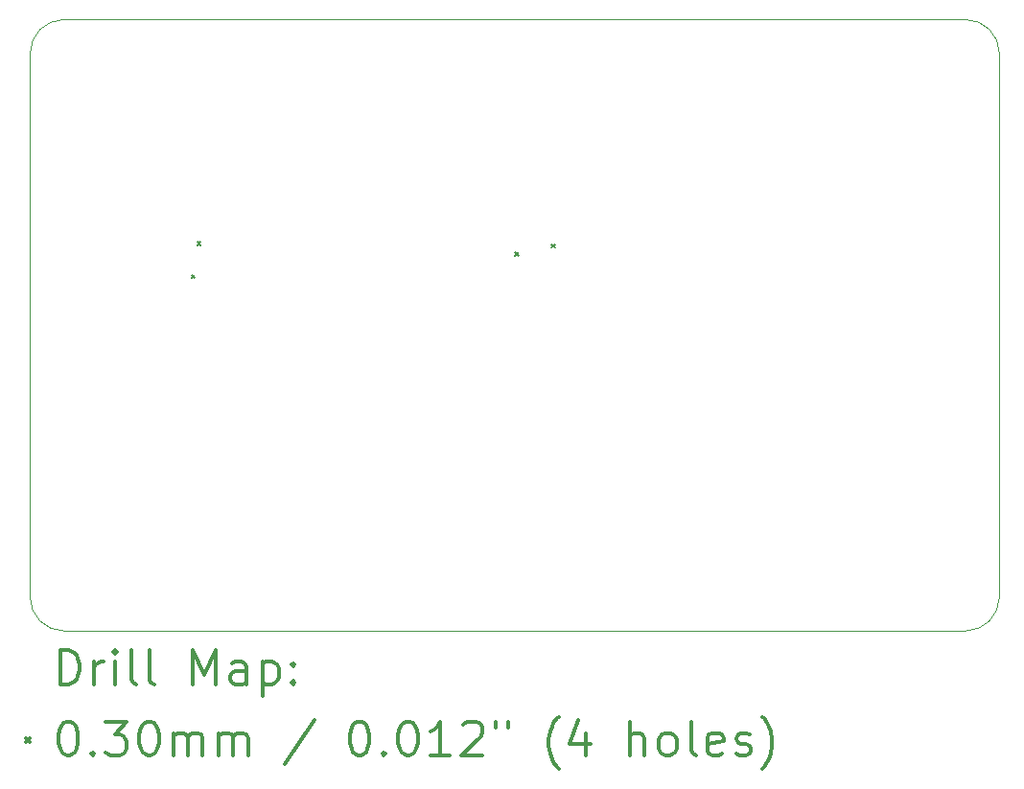
<source format=gbr>
%FSLAX45Y45*%
G04 Gerber Fmt 4.5, Leading zero omitted, Abs format (unit mm)*
G04 Created by KiCad (PCBNEW (2016-01-28 BZR 6518)-product) date 2016 January 28, Thursday 21:15:48*
%MOMM*%
G01*
G04 APERTURE LIST*
%ADD10C,0.127000*%
%ADD11C,0.100000*%
%ADD12C,0.200000*%
%ADD13C,0.300000*%
G04 APERTURE END LIST*
D10*
D11*
X18770000Y-12410000D02*
X10810000Y-12410000D01*
X19070000Y-7310000D02*
X19070000Y-12110000D01*
X10810000Y-7010000D02*
X18770000Y-7010000D01*
X10510000Y-12110000D02*
X10510000Y-7310000D01*
X10510000Y-12110000D02*
G75*
G03X10810000Y-12410000I300000J0D01*
G01*
X18770000Y-12410000D02*
G75*
G03X19070000Y-12110000I0J300000D01*
G01*
X19070000Y-7310000D02*
G75*
G03X18770000Y-7010000I-300000J0D01*
G01*
X10810000Y-7010000D02*
G75*
G03X10510000Y-7310000I0J-300000D01*
G01*
D12*
X11935000Y-9265000D02*
X11965000Y-9295000D01*
X11965000Y-9265000D02*
X11935000Y-9295000D01*
X11985000Y-8975000D02*
X12015000Y-9005000D01*
X12015000Y-8975000D02*
X11985000Y-9005000D01*
X14795000Y-9065000D02*
X14825000Y-9095000D01*
X14825000Y-9065000D02*
X14795000Y-9095000D01*
X15115000Y-8995000D02*
X15145000Y-9025000D01*
X15145000Y-8995000D02*
X15115000Y-9025000D01*
D13*
X10776429Y-12880714D02*
X10776429Y-12580714D01*
X10847857Y-12580714D01*
X10890714Y-12595000D01*
X10919286Y-12623571D01*
X10933571Y-12652143D01*
X10947857Y-12709286D01*
X10947857Y-12752143D01*
X10933571Y-12809286D01*
X10919286Y-12837857D01*
X10890714Y-12866429D01*
X10847857Y-12880714D01*
X10776429Y-12880714D01*
X11076429Y-12880714D02*
X11076429Y-12680714D01*
X11076429Y-12737857D02*
X11090714Y-12709286D01*
X11105000Y-12695000D01*
X11133571Y-12680714D01*
X11162143Y-12680714D01*
X11262143Y-12880714D02*
X11262143Y-12680714D01*
X11262143Y-12580714D02*
X11247857Y-12595000D01*
X11262143Y-12609286D01*
X11276428Y-12595000D01*
X11262143Y-12580714D01*
X11262143Y-12609286D01*
X11447857Y-12880714D02*
X11419286Y-12866429D01*
X11405000Y-12837857D01*
X11405000Y-12580714D01*
X11605000Y-12880714D02*
X11576428Y-12866429D01*
X11562143Y-12837857D01*
X11562143Y-12580714D01*
X11947857Y-12880714D02*
X11947857Y-12580714D01*
X12047857Y-12795000D01*
X12147857Y-12580714D01*
X12147857Y-12880714D01*
X12419286Y-12880714D02*
X12419286Y-12723571D01*
X12405000Y-12695000D01*
X12376428Y-12680714D01*
X12319286Y-12680714D01*
X12290714Y-12695000D01*
X12419286Y-12866429D02*
X12390714Y-12880714D01*
X12319286Y-12880714D01*
X12290714Y-12866429D01*
X12276428Y-12837857D01*
X12276428Y-12809286D01*
X12290714Y-12780714D01*
X12319286Y-12766429D01*
X12390714Y-12766429D01*
X12419286Y-12752143D01*
X12562143Y-12680714D02*
X12562143Y-12980714D01*
X12562143Y-12695000D02*
X12590714Y-12680714D01*
X12647857Y-12680714D01*
X12676428Y-12695000D01*
X12690714Y-12709286D01*
X12705000Y-12737857D01*
X12705000Y-12823571D01*
X12690714Y-12852143D01*
X12676428Y-12866429D01*
X12647857Y-12880714D01*
X12590714Y-12880714D01*
X12562143Y-12866429D01*
X12833571Y-12852143D02*
X12847857Y-12866429D01*
X12833571Y-12880714D01*
X12819286Y-12866429D01*
X12833571Y-12852143D01*
X12833571Y-12880714D01*
X12833571Y-12695000D02*
X12847857Y-12709286D01*
X12833571Y-12723571D01*
X12819286Y-12709286D01*
X12833571Y-12695000D01*
X12833571Y-12723571D01*
X10475000Y-13360000D02*
X10505000Y-13390000D01*
X10505000Y-13360000D02*
X10475000Y-13390000D01*
X10833571Y-13210714D02*
X10862143Y-13210714D01*
X10890714Y-13225000D01*
X10905000Y-13239286D01*
X10919286Y-13267857D01*
X10933571Y-13325000D01*
X10933571Y-13396429D01*
X10919286Y-13453571D01*
X10905000Y-13482143D01*
X10890714Y-13496429D01*
X10862143Y-13510714D01*
X10833571Y-13510714D01*
X10805000Y-13496429D01*
X10790714Y-13482143D01*
X10776429Y-13453571D01*
X10762143Y-13396429D01*
X10762143Y-13325000D01*
X10776429Y-13267857D01*
X10790714Y-13239286D01*
X10805000Y-13225000D01*
X10833571Y-13210714D01*
X11062143Y-13482143D02*
X11076429Y-13496429D01*
X11062143Y-13510714D01*
X11047857Y-13496429D01*
X11062143Y-13482143D01*
X11062143Y-13510714D01*
X11176428Y-13210714D02*
X11362143Y-13210714D01*
X11262143Y-13325000D01*
X11305000Y-13325000D01*
X11333571Y-13339286D01*
X11347857Y-13353571D01*
X11362143Y-13382143D01*
X11362143Y-13453571D01*
X11347857Y-13482143D01*
X11333571Y-13496429D01*
X11305000Y-13510714D01*
X11219286Y-13510714D01*
X11190714Y-13496429D01*
X11176428Y-13482143D01*
X11547857Y-13210714D02*
X11576428Y-13210714D01*
X11605000Y-13225000D01*
X11619286Y-13239286D01*
X11633571Y-13267857D01*
X11647857Y-13325000D01*
X11647857Y-13396429D01*
X11633571Y-13453571D01*
X11619286Y-13482143D01*
X11605000Y-13496429D01*
X11576428Y-13510714D01*
X11547857Y-13510714D01*
X11519286Y-13496429D01*
X11505000Y-13482143D01*
X11490714Y-13453571D01*
X11476428Y-13396429D01*
X11476428Y-13325000D01*
X11490714Y-13267857D01*
X11505000Y-13239286D01*
X11519286Y-13225000D01*
X11547857Y-13210714D01*
X11776428Y-13510714D02*
X11776428Y-13310714D01*
X11776428Y-13339286D02*
X11790714Y-13325000D01*
X11819286Y-13310714D01*
X11862143Y-13310714D01*
X11890714Y-13325000D01*
X11905000Y-13353571D01*
X11905000Y-13510714D01*
X11905000Y-13353571D02*
X11919286Y-13325000D01*
X11947857Y-13310714D01*
X11990714Y-13310714D01*
X12019286Y-13325000D01*
X12033571Y-13353571D01*
X12033571Y-13510714D01*
X12176428Y-13510714D02*
X12176428Y-13310714D01*
X12176428Y-13339286D02*
X12190714Y-13325000D01*
X12219286Y-13310714D01*
X12262143Y-13310714D01*
X12290714Y-13325000D01*
X12305000Y-13353571D01*
X12305000Y-13510714D01*
X12305000Y-13353571D02*
X12319286Y-13325000D01*
X12347857Y-13310714D01*
X12390714Y-13310714D01*
X12419286Y-13325000D01*
X12433571Y-13353571D01*
X12433571Y-13510714D01*
X13019286Y-13196429D02*
X12762143Y-13582143D01*
X13405000Y-13210714D02*
X13433571Y-13210714D01*
X13462143Y-13225000D01*
X13476428Y-13239286D01*
X13490714Y-13267857D01*
X13505000Y-13325000D01*
X13505000Y-13396429D01*
X13490714Y-13453571D01*
X13476428Y-13482143D01*
X13462143Y-13496429D01*
X13433571Y-13510714D01*
X13405000Y-13510714D01*
X13376428Y-13496429D01*
X13362143Y-13482143D01*
X13347857Y-13453571D01*
X13333571Y-13396429D01*
X13333571Y-13325000D01*
X13347857Y-13267857D01*
X13362143Y-13239286D01*
X13376428Y-13225000D01*
X13405000Y-13210714D01*
X13633571Y-13482143D02*
X13647857Y-13496429D01*
X13633571Y-13510714D01*
X13619286Y-13496429D01*
X13633571Y-13482143D01*
X13633571Y-13510714D01*
X13833571Y-13210714D02*
X13862143Y-13210714D01*
X13890714Y-13225000D01*
X13905000Y-13239286D01*
X13919285Y-13267857D01*
X13933571Y-13325000D01*
X13933571Y-13396429D01*
X13919285Y-13453571D01*
X13905000Y-13482143D01*
X13890714Y-13496429D01*
X13862143Y-13510714D01*
X13833571Y-13510714D01*
X13805000Y-13496429D01*
X13790714Y-13482143D01*
X13776428Y-13453571D01*
X13762143Y-13396429D01*
X13762143Y-13325000D01*
X13776428Y-13267857D01*
X13790714Y-13239286D01*
X13805000Y-13225000D01*
X13833571Y-13210714D01*
X14219285Y-13510714D02*
X14047857Y-13510714D01*
X14133571Y-13510714D02*
X14133571Y-13210714D01*
X14105000Y-13253571D01*
X14076428Y-13282143D01*
X14047857Y-13296429D01*
X14333571Y-13239286D02*
X14347857Y-13225000D01*
X14376428Y-13210714D01*
X14447857Y-13210714D01*
X14476428Y-13225000D01*
X14490714Y-13239286D01*
X14505000Y-13267857D01*
X14505000Y-13296429D01*
X14490714Y-13339286D01*
X14319285Y-13510714D01*
X14505000Y-13510714D01*
X14619286Y-13210714D02*
X14619286Y-13267857D01*
X14733571Y-13210714D02*
X14733571Y-13267857D01*
X15176428Y-13625000D02*
X15162143Y-13610714D01*
X15133571Y-13567857D01*
X15119285Y-13539286D01*
X15105000Y-13496429D01*
X15090714Y-13425000D01*
X15090714Y-13367857D01*
X15105000Y-13296429D01*
X15119285Y-13253571D01*
X15133571Y-13225000D01*
X15162143Y-13182143D01*
X15176428Y-13167857D01*
X15419285Y-13310714D02*
X15419285Y-13510714D01*
X15347857Y-13196429D02*
X15276428Y-13410714D01*
X15462143Y-13410714D01*
X15805000Y-13510714D02*
X15805000Y-13210714D01*
X15933571Y-13510714D02*
X15933571Y-13353571D01*
X15919285Y-13325000D01*
X15890714Y-13310714D01*
X15847857Y-13310714D01*
X15819285Y-13325000D01*
X15805000Y-13339286D01*
X16119285Y-13510714D02*
X16090714Y-13496429D01*
X16076428Y-13482143D01*
X16062143Y-13453571D01*
X16062143Y-13367857D01*
X16076428Y-13339286D01*
X16090714Y-13325000D01*
X16119285Y-13310714D01*
X16162143Y-13310714D01*
X16190714Y-13325000D01*
X16205000Y-13339286D01*
X16219285Y-13367857D01*
X16219285Y-13453571D01*
X16205000Y-13482143D01*
X16190714Y-13496429D01*
X16162143Y-13510714D01*
X16119285Y-13510714D01*
X16390714Y-13510714D02*
X16362143Y-13496429D01*
X16347857Y-13467857D01*
X16347857Y-13210714D01*
X16619286Y-13496429D02*
X16590714Y-13510714D01*
X16533571Y-13510714D01*
X16505000Y-13496429D01*
X16490714Y-13467857D01*
X16490714Y-13353571D01*
X16505000Y-13325000D01*
X16533571Y-13310714D01*
X16590714Y-13310714D01*
X16619286Y-13325000D01*
X16633571Y-13353571D01*
X16633571Y-13382143D01*
X16490714Y-13410714D01*
X16747857Y-13496429D02*
X16776428Y-13510714D01*
X16833571Y-13510714D01*
X16862143Y-13496429D01*
X16876429Y-13467857D01*
X16876429Y-13453571D01*
X16862143Y-13425000D01*
X16833571Y-13410714D01*
X16790714Y-13410714D01*
X16762143Y-13396429D01*
X16747857Y-13367857D01*
X16747857Y-13353571D01*
X16762143Y-13325000D01*
X16790714Y-13310714D01*
X16833571Y-13310714D01*
X16862143Y-13325000D01*
X16976428Y-13625000D02*
X16990714Y-13610714D01*
X17019286Y-13567857D01*
X17033571Y-13539286D01*
X17047857Y-13496429D01*
X17062143Y-13425000D01*
X17062143Y-13367857D01*
X17047857Y-13296429D01*
X17033571Y-13253571D01*
X17019286Y-13225000D01*
X16990714Y-13182143D01*
X16976428Y-13167857D01*
M02*

</source>
